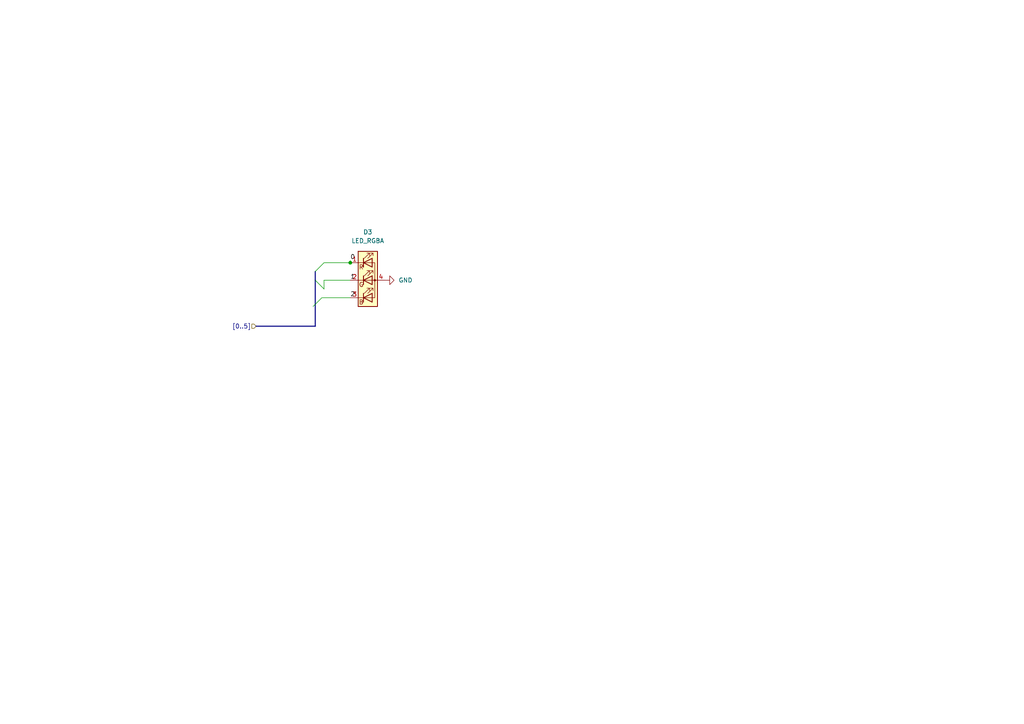
<source format=kicad_sch>
(kicad_sch (version 20211123) (generator eeschema)
  (paper "A4")
  (lib_symbols
    (symbol "Device:LED_RGBA" (pin_names (offset 0) hide)
      (property "Reference" "D" (at 0 9.398 0))
      (property "Value" "LED_RGBA" (at 0 -8.89 0))
      (symbol "LED_RGBA_0_0"
        (text "B" (at -1.905 -6.35 0) (effects (font (size 1.27 1.27))))
        (text "G" (at -1.905 -1.27 0) (effects (font (size 1.27 1.27))))
        (text "R" (at -1.905 3.81 0) (effects (font (size 1.27 1.27))))
      )
      (symbol "LED_RGBA_0_1"
        (polyline (pts (xy -1.27 -5.08) (xy -2.54 -5.08)))
        (polyline (pts (xy -1.27 -5.08) (xy 1.27 -5.08)))
        (polyline (pts (xy -1.27 -3.81) (xy -1.27 -6.35)) (stroke (width 0.254)))
        (polyline (pts (xy -1.27 0) (xy -2.54 0)))
        (polyline (pts (xy -1.27 1.27) (xy -1.27 -1.27)) (stroke (width 0.254)))
        (polyline (pts (xy -1.27 5.08) (xy -2.54 5.08)))
        (polyline (pts (xy -1.27 5.08) (xy 1.27 5.08)))
        (polyline (pts (xy -1.27 6.35) (xy -1.27 3.81)) (stroke (width 0.254)))
        (polyline (pts (xy 1.27 0) (xy -1.27 0)))
        (polyline (pts (xy 1.27 0) (xy 2.54 0)))
        (polyline (pts (xy -1.27 1.27) (xy -1.27 -1.27) (xy -1.27 -1.27)))
        (polyline (pts (xy -1.27 6.35) (xy -1.27 3.81) (xy -1.27 3.81)))
        (polyline (pts (xy 1.27 -5.08) (xy 2.032 -5.08) (xy 2.032 5.08) (xy 1.27 5.08)))
        (polyline (pts (xy 1.27 -3.81) (xy 1.27 -6.35) (xy -1.27 -5.08) (xy 1.27 -3.81)) (stroke (width 0.254)))
        (polyline (pts (xy 1.27 1.27) (xy 1.27 -1.27) (xy -1.27 0) (xy 1.27 1.27)) (stroke (width 0.254)))
        (polyline (pts (xy 1.27 6.35) (xy 1.27 3.81) (xy -1.27 5.08) (xy 1.27 6.35)) (stroke (width 0.254)))
        (polyline (pts (xy -1.016 -3.81) (xy 0.508 -2.286) (xy -0.254 -2.286) (xy 0.508 -2.286) (xy 0.508 -3.048)))
        (polyline (pts (xy -1.016 1.27) (xy 0.508 2.794) (xy -0.254 2.794) (xy 0.508 2.794) (xy 0.508 2.032)))
        (polyline (pts (xy -1.016 6.35) (xy 0.508 7.874) (xy -0.254 7.874) (xy 0.508 7.874) (xy 0.508 7.112)))
        (polyline (pts (xy 0 -3.81) (xy 1.524 -2.286) (xy 0.762 -2.286) (xy 1.524 -2.286) (xy 1.524 -3.048)))
        (polyline (pts (xy 0 1.27) (xy 1.524 2.794) (xy 0.762 2.794) (xy 1.524 2.794) (xy 1.524 2.032)))
        (polyline (pts (xy 0 6.35) (xy 1.524 7.874) (xy 0.762 7.874) (xy 1.524 7.874) (xy 1.524 7.112)))
        (rectangle (start 1.27 -1.27) (end 1.27 1.27))
        (rectangle (start 1.27 1.27) (end 1.27 1.27))
        (rectangle (start 1.27 3.81) (end 1.27 6.35))
        (rectangle (start 1.27 6.35) (end 1.27 6.35))
        (circle (center 2.032 0) (radius 0.254) (fill (type outline)))
        (rectangle (start 2.794 8.382) (end -2.794 -7.62) (stroke (width 0.254)) (fill (type background)))
      )
      (symbol "LED_RGBA_1_1"
        (pin passive line (at -5.08 5.08 0) (length 2.54) (name "RK") (number "1"))
        (pin passive line (at -5.08 0 0) (length 2.54) (name "GK") (number "2"))
        (pin passive line (at -5.08 -5.08 0) (length 2.54) (name "BK") (number "3"))
        (pin passive line (at 5.08 0 180) (length 2.54) (name "A") (number "4"))
      )
    )
    (symbol "power:GND" (power) (pin_names (offset 0))
      (property "Value" "GND" (at 0 -3.81 0))
      (symbol "GND_0_1"
        (polyline (pts (xy 0 0) (xy 0 -1.27) (xy 1.27 -1.27) (xy 0 -2.54) (xy -1.27 -1.27) (xy 0 -1.27)))
      )
      (symbol "GND_1_1"
        (pin power_in line (at 0 0 270) (length 0) hide (name "GND") (number "1"))
      )
    )
  )
  (junction (at 101.6 76.2))
  (bus_entry (at 91.44 81.28) (size 2.54 2.54))
  (bus_entry (at 90.805 88.9) (size 2.54 -2.54))
  (bus_entry (at 91.44 78.74) (size 2.54 -2.54))
  (wire (pts (xy 101.6 76.2) (xy 101.6 75.565)))
  (wire (pts (xy 93.345 86.36) (xy 101.6 86.36)))
  (bus (pts (xy 74.295 94.615) (xy 91.44 94.615)))
  (bus (pts (xy 91.44 78.74) (xy 91.44 81.28)))
  (wire (pts (xy 93.98 81.28) (xy 101.6 81.28)))
  (wire (pts (xy 93.98 83.82) (xy 93.98 81.28)))
  (wire (pts (xy 93.98 76.2) (xy 101.6 76.2)))
  (bus (pts (xy 91.44 81.28) (xy 91.44 94.615)))
  (label "0" (at 101.6 75.565 0))
  (label "2" (at 101.6 86.36 0))
  (label "1" (at 101.6 81.28 0))
  (hierarchical_label "[0..5]" (shape input) (at 74.295 94.615 180))
  (symbol (lib_id "power:GND") (at 111.76 81.28 90) (mirror x) (unit 1)
    (property "Reference" "#PWR068" (effects hide))
    (property "Value" "GND" (at 115.57 81.2799 90) (effects (justify right)))
  )
  (symbol (lib_id "Device:LED_RGBA") (at 106.68 81.28 0) (unit 1)
    (property "Reference" "D3" (at 106.68 67.31 0))
    (property "Value" "LED_RGBA" (at 106.68 69.85 0))
    (property "Footprint" "LED_SMD:LED_RGB_1210" (effects hide))
  )
)
</source>
